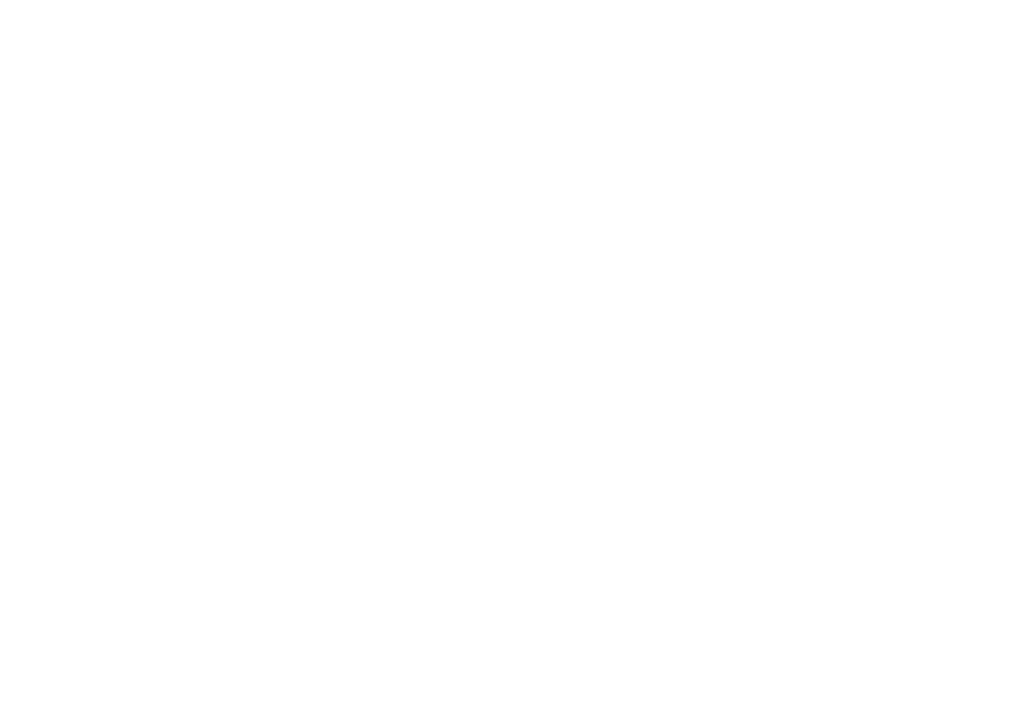
<source format=kicad_sch>
(kicad_sch
	(version 20231120)
	(generator "eeschema")
	(generator_version "8.0")
	(uuid "7e52d982-132e-41b2-96ec-15b4533ead4e")
	(paper "A1")
	(lib_symbols)
)

</source>
